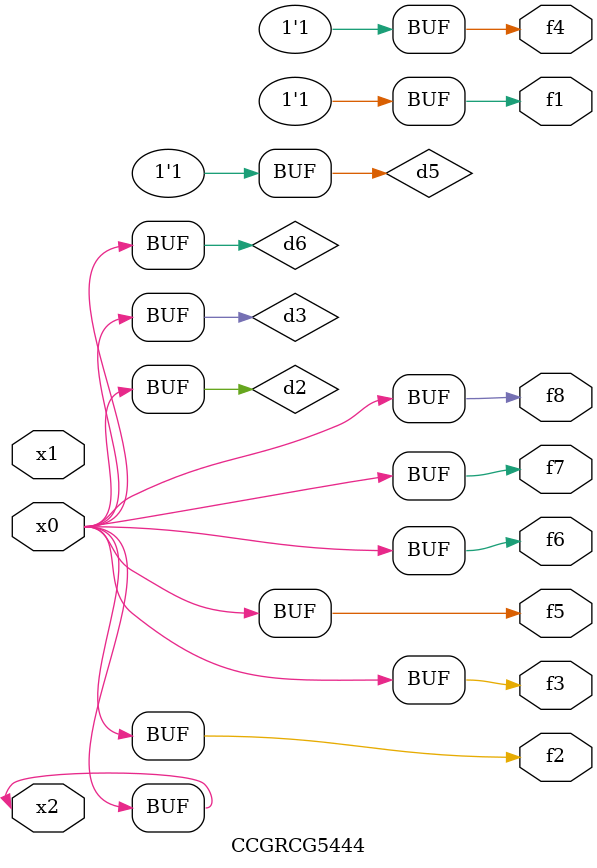
<source format=v>
module CCGRCG5444(
	input x0, x1, x2,
	output f1, f2, f3, f4, f5, f6, f7, f8
);

	wire d1, d2, d3, d4, d5, d6;

	xnor (d1, x2);
	buf (d2, x0, x2);
	and (d3, x0);
	xnor (d4, x1, x2);
	nand (d5, d1, d3);
	buf (d6, d2, d3);
	assign f1 = d5;
	assign f2 = d6;
	assign f3 = d6;
	assign f4 = d5;
	assign f5 = d6;
	assign f6 = d6;
	assign f7 = d6;
	assign f8 = d6;
endmodule

</source>
